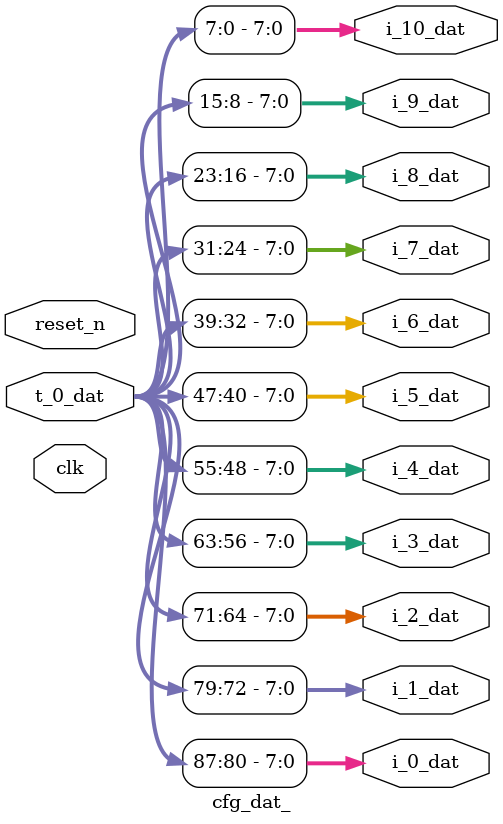
<source format=v>


module cfg_dat_ (
    input        [511:0] t_0_dat,

    output       [7:0] i_0_dat,

    output       [7:0] i_1_dat,

    output       [7:0] i_2_dat,

    output       [7:0] i_3_dat,

    output       [7:0] i_4_dat,

    output       [7:0] i_5_dat,

    output       [7:0] i_6_dat,

    output       [7:0] i_7_dat,

    output       [7:0] i_8_dat,

    output       [7:0] i_9_dat,

    output       [7:0] i_10_dat,

    input clk, reset_n
);

assign {i_0_dat, i_1_dat, i_2_dat, i_3_dat, i_4_dat, i_5_dat, i_6_dat, i_7_dat, i_8_dat, i_9_dat, i_10_dat} = t_0_dat;

endmodule

</source>
